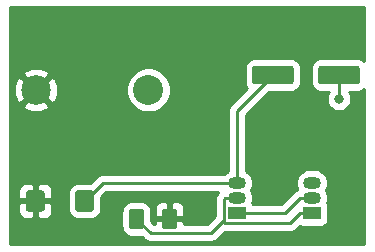
<source format=gbr>
G04 #@! TF.GenerationSoftware,KiCad,Pcbnew,(5.1.2)-1*
G04 #@! TF.CreationDate,2019-06-03T12:51:13-05:00*
G04 #@! TF.ProjectId,1stCircuit,31737443-6972-4637-9569-742e6b696361,rev?*
G04 #@! TF.SameCoordinates,Original*
G04 #@! TF.FileFunction,Copper,L1,Top*
G04 #@! TF.FilePolarity,Positive*
%FSLAX46Y46*%
G04 Gerber Fmt 4.6, Leading zero omitted, Abs format (unit mm)*
G04 Created by KiCad (PCBNEW (5.1.2)-1) date 2019-06-03 12:51:13*
%MOMM*%
%LPD*%
G04 APERTURE LIST*
%ADD10C,2.540000*%
%ADD11C,2.500000*%
%ADD12C,0.100000*%
%ADD13C,1.575000*%
%ADD14R,1.500000X1.050000*%
%ADD15O,1.500000X1.050000*%
%ADD16C,1.250000*%
%ADD17C,1.600000*%
%ADD18C,0.800000*%
%ADD19C,0.250000*%
%ADD20C,0.254000*%
G04 APERTURE END LIST*
D10*
X149230000Y-95250000D03*
D11*
X139700000Y-95250000D03*
D12*
G36*
X144381505Y-103749204D02*
G01*
X144405773Y-103752804D01*
X144429572Y-103758765D01*
X144452671Y-103767030D01*
X144474850Y-103777520D01*
X144495893Y-103790132D01*
X144515599Y-103804747D01*
X144533777Y-103821223D01*
X144550253Y-103839401D01*
X144564868Y-103859107D01*
X144577480Y-103880150D01*
X144587970Y-103902329D01*
X144596235Y-103925428D01*
X144602196Y-103949227D01*
X144605796Y-103973495D01*
X144607000Y-103997999D01*
X144607000Y-105298001D01*
X144605796Y-105322505D01*
X144602196Y-105346773D01*
X144596235Y-105370572D01*
X144587970Y-105393671D01*
X144577480Y-105415850D01*
X144564868Y-105436893D01*
X144550253Y-105456599D01*
X144533777Y-105474777D01*
X144515599Y-105491253D01*
X144495893Y-105505868D01*
X144474850Y-105518480D01*
X144452671Y-105528970D01*
X144429572Y-105537235D01*
X144405773Y-105543196D01*
X144381505Y-105546796D01*
X144357001Y-105548000D01*
X143281999Y-105548000D01*
X143257495Y-105546796D01*
X143233227Y-105543196D01*
X143209428Y-105537235D01*
X143186329Y-105528970D01*
X143164150Y-105518480D01*
X143143107Y-105505868D01*
X143123401Y-105491253D01*
X143105223Y-105474777D01*
X143088747Y-105456599D01*
X143074132Y-105436893D01*
X143061520Y-105415850D01*
X143051030Y-105393671D01*
X143042765Y-105370572D01*
X143036804Y-105346773D01*
X143033204Y-105322505D01*
X143032000Y-105298001D01*
X143032000Y-103997999D01*
X143033204Y-103973495D01*
X143036804Y-103949227D01*
X143042765Y-103925428D01*
X143051030Y-103902329D01*
X143061520Y-103880150D01*
X143074132Y-103859107D01*
X143088747Y-103839401D01*
X143105223Y-103821223D01*
X143123401Y-103804747D01*
X143143107Y-103790132D01*
X143164150Y-103777520D01*
X143186329Y-103767030D01*
X143209428Y-103758765D01*
X143233227Y-103752804D01*
X143257495Y-103749204D01*
X143281999Y-103748000D01*
X144357001Y-103748000D01*
X144381505Y-103749204D01*
X144381505Y-103749204D01*
G37*
D13*
X143819500Y-104648000D03*
D12*
G36*
X140206505Y-103749204D02*
G01*
X140230773Y-103752804D01*
X140254572Y-103758765D01*
X140277671Y-103767030D01*
X140299850Y-103777520D01*
X140320893Y-103790132D01*
X140340599Y-103804747D01*
X140358777Y-103821223D01*
X140375253Y-103839401D01*
X140389868Y-103859107D01*
X140402480Y-103880150D01*
X140412970Y-103902329D01*
X140421235Y-103925428D01*
X140427196Y-103949227D01*
X140430796Y-103973495D01*
X140432000Y-103997999D01*
X140432000Y-105298001D01*
X140430796Y-105322505D01*
X140427196Y-105346773D01*
X140421235Y-105370572D01*
X140412970Y-105393671D01*
X140402480Y-105415850D01*
X140389868Y-105436893D01*
X140375253Y-105456599D01*
X140358777Y-105474777D01*
X140340599Y-105491253D01*
X140320893Y-105505868D01*
X140299850Y-105518480D01*
X140277671Y-105528970D01*
X140254572Y-105537235D01*
X140230773Y-105543196D01*
X140206505Y-105546796D01*
X140182001Y-105548000D01*
X139106999Y-105548000D01*
X139082495Y-105546796D01*
X139058227Y-105543196D01*
X139034428Y-105537235D01*
X139011329Y-105528970D01*
X138989150Y-105518480D01*
X138968107Y-105505868D01*
X138948401Y-105491253D01*
X138930223Y-105474777D01*
X138913747Y-105456599D01*
X138899132Y-105436893D01*
X138886520Y-105415850D01*
X138876030Y-105393671D01*
X138867765Y-105370572D01*
X138861804Y-105346773D01*
X138858204Y-105322505D01*
X138857000Y-105298001D01*
X138857000Y-103997999D01*
X138858204Y-103973495D01*
X138861804Y-103949227D01*
X138867765Y-103925428D01*
X138876030Y-103902329D01*
X138886520Y-103880150D01*
X138899132Y-103859107D01*
X138913747Y-103839401D01*
X138930223Y-103821223D01*
X138948401Y-103804747D01*
X138968107Y-103790132D01*
X138989150Y-103777520D01*
X139011329Y-103767030D01*
X139034428Y-103758765D01*
X139058227Y-103752804D01*
X139082495Y-103749204D01*
X139106999Y-103748000D01*
X140182001Y-103748000D01*
X140206505Y-103749204D01*
X140206505Y-103749204D01*
G37*
D13*
X139644500Y-104648000D03*
D14*
X163068000Y-105664000D03*
D15*
X163068000Y-103124000D03*
X163068000Y-104394000D03*
D14*
X156718000Y-105664000D03*
D15*
X156718000Y-103124000D03*
X156718000Y-104394000D03*
D12*
G36*
X151405504Y-105298204D02*
G01*
X151429773Y-105301804D01*
X151453571Y-105307765D01*
X151476671Y-105316030D01*
X151498849Y-105326520D01*
X151519893Y-105339133D01*
X151539598Y-105353747D01*
X151557777Y-105370223D01*
X151574253Y-105388402D01*
X151588867Y-105408107D01*
X151601480Y-105429151D01*
X151611970Y-105451329D01*
X151620235Y-105474429D01*
X151626196Y-105498227D01*
X151629796Y-105522496D01*
X151631000Y-105547000D01*
X151631000Y-106797000D01*
X151629796Y-106821504D01*
X151626196Y-106845773D01*
X151620235Y-106869571D01*
X151611970Y-106892671D01*
X151601480Y-106914849D01*
X151588867Y-106935893D01*
X151574253Y-106955598D01*
X151557777Y-106973777D01*
X151539598Y-106990253D01*
X151519893Y-107004867D01*
X151498849Y-107017480D01*
X151476671Y-107027970D01*
X151453571Y-107036235D01*
X151429773Y-107042196D01*
X151405504Y-107045796D01*
X151381000Y-107047000D01*
X150631000Y-107047000D01*
X150606496Y-107045796D01*
X150582227Y-107042196D01*
X150558429Y-107036235D01*
X150535329Y-107027970D01*
X150513151Y-107017480D01*
X150492107Y-107004867D01*
X150472402Y-106990253D01*
X150454223Y-106973777D01*
X150437747Y-106955598D01*
X150423133Y-106935893D01*
X150410520Y-106914849D01*
X150400030Y-106892671D01*
X150391765Y-106869571D01*
X150385804Y-106845773D01*
X150382204Y-106821504D01*
X150381000Y-106797000D01*
X150381000Y-105547000D01*
X150382204Y-105522496D01*
X150385804Y-105498227D01*
X150391765Y-105474429D01*
X150400030Y-105451329D01*
X150410520Y-105429151D01*
X150423133Y-105408107D01*
X150437747Y-105388402D01*
X150454223Y-105370223D01*
X150472402Y-105353747D01*
X150492107Y-105339133D01*
X150513151Y-105326520D01*
X150535329Y-105316030D01*
X150558429Y-105307765D01*
X150582227Y-105301804D01*
X150606496Y-105298204D01*
X150631000Y-105297000D01*
X151381000Y-105297000D01*
X151405504Y-105298204D01*
X151405504Y-105298204D01*
G37*
D16*
X151006000Y-106172000D03*
D12*
G36*
X148605504Y-105298204D02*
G01*
X148629773Y-105301804D01*
X148653571Y-105307765D01*
X148676671Y-105316030D01*
X148698849Y-105326520D01*
X148719893Y-105339133D01*
X148739598Y-105353747D01*
X148757777Y-105370223D01*
X148774253Y-105388402D01*
X148788867Y-105408107D01*
X148801480Y-105429151D01*
X148811970Y-105451329D01*
X148820235Y-105474429D01*
X148826196Y-105498227D01*
X148829796Y-105522496D01*
X148831000Y-105547000D01*
X148831000Y-106797000D01*
X148829796Y-106821504D01*
X148826196Y-106845773D01*
X148820235Y-106869571D01*
X148811970Y-106892671D01*
X148801480Y-106914849D01*
X148788867Y-106935893D01*
X148774253Y-106955598D01*
X148757777Y-106973777D01*
X148739598Y-106990253D01*
X148719893Y-107004867D01*
X148698849Y-107017480D01*
X148676671Y-107027970D01*
X148653571Y-107036235D01*
X148629773Y-107042196D01*
X148605504Y-107045796D01*
X148581000Y-107047000D01*
X147831000Y-107047000D01*
X147806496Y-107045796D01*
X147782227Y-107042196D01*
X147758429Y-107036235D01*
X147735329Y-107027970D01*
X147713151Y-107017480D01*
X147692107Y-107004867D01*
X147672402Y-106990253D01*
X147654223Y-106973777D01*
X147637747Y-106955598D01*
X147623133Y-106935893D01*
X147610520Y-106914849D01*
X147600030Y-106892671D01*
X147591765Y-106869571D01*
X147585804Y-106845773D01*
X147582204Y-106821504D01*
X147581000Y-106797000D01*
X147581000Y-105547000D01*
X147582204Y-105522496D01*
X147585804Y-105498227D01*
X147591765Y-105474429D01*
X147600030Y-105451329D01*
X147610520Y-105429151D01*
X147623133Y-105408107D01*
X147637747Y-105388402D01*
X147654223Y-105370223D01*
X147672402Y-105353747D01*
X147692107Y-105339133D01*
X147713151Y-105326520D01*
X147735329Y-105316030D01*
X147758429Y-105307765D01*
X147782227Y-105301804D01*
X147806496Y-105298204D01*
X147831000Y-105297000D01*
X148581000Y-105297000D01*
X148605504Y-105298204D01*
X148605504Y-105298204D01*
G37*
D16*
X148206000Y-106172000D03*
D12*
G36*
X166884504Y-93181204D02*
G01*
X166908773Y-93184804D01*
X166932571Y-93190765D01*
X166955671Y-93199030D01*
X166977849Y-93209520D01*
X166998893Y-93222133D01*
X167018598Y-93236747D01*
X167036777Y-93253223D01*
X167053253Y-93271402D01*
X167067867Y-93291107D01*
X167080480Y-93312151D01*
X167090970Y-93334329D01*
X167099235Y-93357429D01*
X167105196Y-93381227D01*
X167108796Y-93405496D01*
X167110000Y-93430000D01*
X167110000Y-94530000D01*
X167108796Y-94554504D01*
X167105196Y-94578773D01*
X167099235Y-94602571D01*
X167090970Y-94625671D01*
X167080480Y-94647849D01*
X167067867Y-94668893D01*
X167053253Y-94688598D01*
X167036777Y-94706777D01*
X167018598Y-94723253D01*
X166998893Y-94737867D01*
X166977849Y-94750480D01*
X166955671Y-94760970D01*
X166932571Y-94769235D01*
X166908773Y-94775196D01*
X166884504Y-94778796D01*
X166860000Y-94780000D01*
X163860000Y-94780000D01*
X163835496Y-94778796D01*
X163811227Y-94775196D01*
X163787429Y-94769235D01*
X163764329Y-94760970D01*
X163742151Y-94750480D01*
X163721107Y-94737867D01*
X163701402Y-94723253D01*
X163683223Y-94706777D01*
X163666747Y-94688598D01*
X163652133Y-94668893D01*
X163639520Y-94647849D01*
X163629030Y-94625671D01*
X163620765Y-94602571D01*
X163614804Y-94578773D01*
X163611204Y-94554504D01*
X163610000Y-94530000D01*
X163610000Y-93430000D01*
X163611204Y-93405496D01*
X163614804Y-93381227D01*
X163620765Y-93357429D01*
X163629030Y-93334329D01*
X163639520Y-93312151D01*
X163652133Y-93291107D01*
X163666747Y-93271402D01*
X163683223Y-93253223D01*
X163701402Y-93236747D01*
X163721107Y-93222133D01*
X163742151Y-93209520D01*
X163764329Y-93199030D01*
X163787429Y-93190765D01*
X163811227Y-93184804D01*
X163835496Y-93181204D01*
X163860000Y-93180000D01*
X166860000Y-93180000D01*
X166884504Y-93181204D01*
X166884504Y-93181204D01*
G37*
D17*
X165360000Y-93980000D03*
D12*
G36*
X161284504Y-93181204D02*
G01*
X161308773Y-93184804D01*
X161332571Y-93190765D01*
X161355671Y-93199030D01*
X161377849Y-93209520D01*
X161398893Y-93222133D01*
X161418598Y-93236747D01*
X161436777Y-93253223D01*
X161453253Y-93271402D01*
X161467867Y-93291107D01*
X161480480Y-93312151D01*
X161490970Y-93334329D01*
X161499235Y-93357429D01*
X161505196Y-93381227D01*
X161508796Y-93405496D01*
X161510000Y-93430000D01*
X161510000Y-94530000D01*
X161508796Y-94554504D01*
X161505196Y-94578773D01*
X161499235Y-94602571D01*
X161490970Y-94625671D01*
X161480480Y-94647849D01*
X161467867Y-94668893D01*
X161453253Y-94688598D01*
X161436777Y-94706777D01*
X161418598Y-94723253D01*
X161398893Y-94737867D01*
X161377849Y-94750480D01*
X161355671Y-94760970D01*
X161332571Y-94769235D01*
X161308773Y-94775196D01*
X161284504Y-94778796D01*
X161260000Y-94780000D01*
X158260000Y-94780000D01*
X158235496Y-94778796D01*
X158211227Y-94775196D01*
X158187429Y-94769235D01*
X158164329Y-94760970D01*
X158142151Y-94750480D01*
X158121107Y-94737867D01*
X158101402Y-94723253D01*
X158083223Y-94706777D01*
X158066747Y-94688598D01*
X158052133Y-94668893D01*
X158039520Y-94647849D01*
X158029030Y-94625671D01*
X158020765Y-94602571D01*
X158014804Y-94578773D01*
X158011204Y-94554504D01*
X158010000Y-94530000D01*
X158010000Y-93430000D01*
X158011204Y-93405496D01*
X158014804Y-93381227D01*
X158020765Y-93357429D01*
X158029030Y-93334329D01*
X158039520Y-93312151D01*
X158052133Y-93291107D01*
X158066747Y-93271402D01*
X158083223Y-93253223D01*
X158101402Y-93236747D01*
X158121107Y-93222133D01*
X158142151Y-93209520D01*
X158164329Y-93199030D01*
X158187429Y-93190765D01*
X158211227Y-93184804D01*
X158235496Y-93181204D01*
X158260000Y-93180000D01*
X161260000Y-93180000D01*
X161284504Y-93181204D01*
X161284504Y-93181204D01*
G37*
D17*
X159760000Y-93980000D03*
D18*
X165354000Y-96012000D03*
D19*
X165360000Y-96006000D02*
X165354000Y-96012000D01*
X165360000Y-93980000D02*
X165360000Y-96006000D01*
X139700000Y-104592500D02*
X139644500Y-104648000D01*
X145343500Y-103124000D02*
X156718000Y-103124000D01*
X143819500Y-104648000D02*
X145343500Y-103124000D01*
X156718000Y-97022000D02*
X159760000Y-93980000D01*
X156718000Y-103124000D02*
X156718000Y-97022000D01*
X155642999Y-104469001D02*
X155718000Y-104394000D01*
X155707999Y-106514001D02*
X155642999Y-106449001D01*
X161217999Y-106514001D02*
X155707999Y-106514001D01*
X155718000Y-104394000D02*
X156718000Y-104394000D01*
X162068000Y-105664000D02*
X161217999Y-106514001D01*
X163068000Y-105664000D02*
X162068000Y-105664000D01*
X154501990Y-107372010D02*
X155642999Y-106231001D01*
X149406010Y-107372010D02*
X154501990Y-107372010D01*
X148206000Y-106172000D02*
X149406010Y-107372010D01*
X155642999Y-106449001D02*
X155642999Y-106231001D01*
X155642999Y-106231001D02*
X155642999Y-104469001D01*
X157718000Y-105664000D02*
X156718000Y-105664000D01*
X160798000Y-105664000D02*
X157718000Y-105664000D01*
X162068000Y-104394000D02*
X160798000Y-105664000D01*
X163068000Y-104394000D02*
X162068000Y-104394000D01*
D20*
G36*
X167513000Y-92832547D02*
G01*
X167487962Y-92802038D01*
X167353386Y-92691595D01*
X167199850Y-92609528D01*
X167033254Y-92558992D01*
X166860000Y-92541928D01*
X163860000Y-92541928D01*
X163686746Y-92558992D01*
X163520150Y-92609528D01*
X163366614Y-92691595D01*
X163232038Y-92802038D01*
X163121595Y-92936614D01*
X163039528Y-93090150D01*
X162988992Y-93256746D01*
X162971928Y-93430000D01*
X162971928Y-94530000D01*
X162988992Y-94703254D01*
X163039528Y-94869850D01*
X163121595Y-95023386D01*
X163232038Y-95157962D01*
X163366614Y-95268405D01*
X163520150Y-95350472D01*
X163686746Y-95401008D01*
X163860000Y-95418072D01*
X164506066Y-95418072D01*
X164436795Y-95521744D01*
X164358774Y-95710102D01*
X164319000Y-95910061D01*
X164319000Y-96113939D01*
X164358774Y-96313898D01*
X164436795Y-96502256D01*
X164550063Y-96671774D01*
X164694226Y-96815937D01*
X164863744Y-96929205D01*
X165052102Y-97007226D01*
X165252061Y-97047000D01*
X165455939Y-97047000D01*
X165655898Y-97007226D01*
X165844256Y-96929205D01*
X166013774Y-96815937D01*
X166157937Y-96671774D01*
X166271205Y-96502256D01*
X166349226Y-96313898D01*
X166389000Y-96113939D01*
X166389000Y-95910061D01*
X166349226Y-95710102D01*
X166271205Y-95521744D01*
X166201934Y-95418072D01*
X166860000Y-95418072D01*
X167033254Y-95401008D01*
X167199850Y-95350472D01*
X167353386Y-95268405D01*
X167487962Y-95157962D01*
X167513000Y-95127453D01*
X167513000Y-108331000D01*
X137541000Y-108331000D01*
X137541000Y-105548000D01*
X138218928Y-105548000D01*
X138231188Y-105672482D01*
X138267498Y-105792180D01*
X138326463Y-105902494D01*
X138405815Y-105999185D01*
X138502506Y-106078537D01*
X138612820Y-106137502D01*
X138732518Y-106173812D01*
X138857000Y-106186072D01*
X139358750Y-106183000D01*
X139517500Y-106024250D01*
X139517500Y-104775000D01*
X139771500Y-104775000D01*
X139771500Y-106024250D01*
X139930250Y-106183000D01*
X140432000Y-106186072D01*
X140556482Y-106173812D01*
X140676180Y-106137502D01*
X140786494Y-106078537D01*
X140883185Y-105999185D01*
X140962537Y-105902494D01*
X141021502Y-105792180D01*
X141057812Y-105672482D01*
X141070072Y-105548000D01*
X141067000Y-104933750D01*
X140908250Y-104775000D01*
X139771500Y-104775000D01*
X139517500Y-104775000D01*
X138380750Y-104775000D01*
X138222000Y-104933750D01*
X138218928Y-105548000D01*
X137541000Y-105548000D01*
X137541000Y-103748000D01*
X138218928Y-103748000D01*
X138222000Y-104362250D01*
X138380750Y-104521000D01*
X139517500Y-104521000D01*
X139517500Y-103271750D01*
X139771500Y-103271750D01*
X139771500Y-104521000D01*
X140908250Y-104521000D01*
X141067000Y-104362250D01*
X141068821Y-103997999D01*
X142393928Y-103997999D01*
X142393928Y-105298001D01*
X142410992Y-105471255D01*
X142461528Y-105637851D01*
X142543595Y-105791387D01*
X142654038Y-105925962D01*
X142788613Y-106036405D01*
X142942149Y-106118472D01*
X143108745Y-106169008D01*
X143281999Y-106186072D01*
X144357001Y-106186072D01*
X144530255Y-106169008D01*
X144696851Y-106118472D01*
X144850387Y-106036405D01*
X144984962Y-105925962D01*
X145095405Y-105791387D01*
X145177472Y-105637851D01*
X145228008Y-105471255D01*
X145245072Y-105298001D01*
X145245072Y-104297230D01*
X145658303Y-103884000D01*
X155153198Y-103884000D01*
X155131995Y-103905204D01*
X155102999Y-103929000D01*
X155079201Y-103957998D01*
X155079200Y-103957999D01*
X155008025Y-104044725D01*
X154937453Y-104176755D01*
X154893997Y-104320016D01*
X154879323Y-104469001D01*
X154883000Y-104506333D01*
X154882999Y-105916198D01*
X154187189Y-106612010D01*
X152266804Y-106612010D01*
X152266000Y-106457750D01*
X152107250Y-106299000D01*
X151133000Y-106299000D01*
X151133000Y-106319000D01*
X150879000Y-106319000D01*
X150879000Y-106299000D01*
X149904750Y-106299000D01*
X149746000Y-106457750D01*
X149745196Y-106612010D01*
X149720813Y-106612010D01*
X149469072Y-106360270D01*
X149469072Y-105547000D01*
X149452008Y-105373746D01*
X149428728Y-105297000D01*
X149742928Y-105297000D01*
X149746000Y-105886250D01*
X149904750Y-106045000D01*
X150879000Y-106045000D01*
X150879000Y-104820750D01*
X151133000Y-104820750D01*
X151133000Y-106045000D01*
X152107250Y-106045000D01*
X152266000Y-105886250D01*
X152269072Y-105297000D01*
X152256812Y-105172518D01*
X152220502Y-105052820D01*
X152161537Y-104942506D01*
X152082185Y-104845815D01*
X151985494Y-104766463D01*
X151875180Y-104707498D01*
X151755482Y-104671188D01*
X151631000Y-104658928D01*
X151291750Y-104662000D01*
X151133000Y-104820750D01*
X150879000Y-104820750D01*
X150720250Y-104662000D01*
X150381000Y-104658928D01*
X150256518Y-104671188D01*
X150136820Y-104707498D01*
X150026506Y-104766463D01*
X149929815Y-104845815D01*
X149850463Y-104942506D01*
X149791498Y-105052820D01*
X149755188Y-105172518D01*
X149742928Y-105297000D01*
X149428728Y-105297000D01*
X149401472Y-105207150D01*
X149319405Y-105053614D01*
X149208962Y-104919038D01*
X149074386Y-104808595D01*
X148920850Y-104726528D01*
X148754254Y-104675992D01*
X148581000Y-104658928D01*
X147831000Y-104658928D01*
X147657746Y-104675992D01*
X147491150Y-104726528D01*
X147337614Y-104808595D01*
X147203038Y-104919038D01*
X147092595Y-105053614D01*
X147010528Y-105207150D01*
X146959992Y-105373746D01*
X146942928Y-105547000D01*
X146942928Y-106797000D01*
X146959992Y-106970254D01*
X147010528Y-107136850D01*
X147092595Y-107290386D01*
X147203038Y-107424962D01*
X147337614Y-107535405D01*
X147491150Y-107617472D01*
X147657746Y-107668008D01*
X147831000Y-107685072D01*
X148581000Y-107685072D01*
X148638597Y-107679399D01*
X148842215Y-107883018D01*
X148866009Y-107912011D01*
X148895002Y-107935805D01*
X148895006Y-107935809D01*
X148955775Y-107985680D01*
X148981734Y-108006984D01*
X149113763Y-108077556D01*
X149257024Y-108121013D01*
X149368677Y-108132010D01*
X149368686Y-108132010D01*
X149406009Y-108135686D01*
X149443332Y-108132010D01*
X154464668Y-108132010D01*
X154501990Y-108135686D01*
X154539312Y-108132010D01*
X154539323Y-108132010D01*
X154650976Y-108121013D01*
X154794237Y-108077556D01*
X154926266Y-108006984D01*
X155041991Y-107912011D01*
X155065793Y-107883008D01*
X155674431Y-107274371D01*
X155707999Y-107277677D01*
X155745322Y-107274001D01*
X161180677Y-107274001D01*
X161217999Y-107277677D01*
X161255321Y-107274001D01*
X161255332Y-107274001D01*
X161366985Y-107263004D01*
X161510246Y-107219547D01*
X161642275Y-107148975D01*
X161758000Y-107054002D01*
X161781802Y-107024999D01*
X162044156Y-106762646D01*
X162073820Y-106778502D01*
X162193518Y-106814812D01*
X162318000Y-106827072D01*
X163818000Y-106827072D01*
X163942482Y-106814812D01*
X164062180Y-106778502D01*
X164172494Y-106719537D01*
X164269185Y-106640185D01*
X164348537Y-106543494D01*
X164407502Y-106433180D01*
X164443812Y-106313482D01*
X164456072Y-106189000D01*
X164456072Y-105139000D01*
X164443812Y-105014518D01*
X164407502Y-104894820D01*
X164372907Y-104830098D01*
X164436215Y-104621400D01*
X164458612Y-104394000D01*
X164436215Y-104166600D01*
X164369885Y-103947940D01*
X164268895Y-103759000D01*
X164369885Y-103570060D01*
X164436215Y-103351400D01*
X164458612Y-103124000D01*
X164436215Y-102896600D01*
X164369885Y-102677940D01*
X164262171Y-102476421D01*
X164117212Y-102299788D01*
X163940579Y-102154829D01*
X163739060Y-102047115D01*
X163520400Y-101980785D01*
X163349979Y-101964000D01*
X162786021Y-101964000D01*
X162615600Y-101980785D01*
X162396940Y-102047115D01*
X162195421Y-102154829D01*
X162018788Y-102299788D01*
X161873829Y-102476421D01*
X161766115Y-102677940D01*
X161699785Y-102896600D01*
X161677388Y-103124000D01*
X161699785Y-103351400D01*
X161766115Y-103570060D01*
X161821913Y-103674452D01*
X161775753Y-103688454D01*
X161643724Y-103759026D01*
X161527999Y-103853999D01*
X161504201Y-103882997D01*
X160483199Y-104904000D01*
X158060287Y-104904000D01*
X158057502Y-104894820D01*
X158022907Y-104830098D01*
X158086215Y-104621400D01*
X158108612Y-104394000D01*
X158086215Y-104166600D01*
X158019885Y-103947940D01*
X157918895Y-103759000D01*
X158019885Y-103570060D01*
X158086215Y-103351400D01*
X158108612Y-103124000D01*
X158086215Y-102896600D01*
X158019885Y-102677940D01*
X157912171Y-102476421D01*
X157767212Y-102299788D01*
X157590579Y-102154829D01*
X157478000Y-102094654D01*
X157478000Y-97336801D01*
X159396730Y-95418072D01*
X161260000Y-95418072D01*
X161433254Y-95401008D01*
X161599850Y-95350472D01*
X161753386Y-95268405D01*
X161887962Y-95157962D01*
X161998405Y-95023386D01*
X162080472Y-94869850D01*
X162131008Y-94703254D01*
X162148072Y-94530000D01*
X162148072Y-93430000D01*
X162131008Y-93256746D01*
X162080472Y-93090150D01*
X161998405Y-92936614D01*
X161887962Y-92802038D01*
X161753386Y-92691595D01*
X161599850Y-92609528D01*
X161433254Y-92558992D01*
X161260000Y-92541928D01*
X158260000Y-92541928D01*
X158086746Y-92558992D01*
X157920150Y-92609528D01*
X157766614Y-92691595D01*
X157632038Y-92802038D01*
X157521595Y-92936614D01*
X157439528Y-93090150D01*
X157388992Y-93256746D01*
X157371928Y-93430000D01*
X157371928Y-94530000D01*
X157388992Y-94703254D01*
X157439528Y-94869850D01*
X157521595Y-95023386D01*
X157575783Y-95089415D01*
X156206998Y-96458201D01*
X156178000Y-96481999D01*
X156154202Y-96510997D01*
X156154201Y-96510998D01*
X156083026Y-96597724D01*
X156012454Y-96729754D01*
X155968998Y-96873015D01*
X155954324Y-97022000D01*
X155958001Y-97059332D01*
X155958000Y-102094654D01*
X155845421Y-102154829D01*
X155668788Y-102299788D01*
X155616091Y-102364000D01*
X145380822Y-102364000D01*
X145343499Y-102360324D01*
X145306176Y-102364000D01*
X145306167Y-102364000D01*
X145194514Y-102374997D01*
X145051253Y-102418454D01*
X144919224Y-102489026D01*
X144919222Y-102489027D01*
X144919223Y-102489027D01*
X144832496Y-102560201D01*
X144832492Y-102560205D01*
X144803499Y-102583999D01*
X144779705Y-102612992D01*
X144282770Y-103109928D01*
X143281999Y-103109928D01*
X143108745Y-103126992D01*
X142942149Y-103177528D01*
X142788613Y-103259595D01*
X142654038Y-103370038D01*
X142543595Y-103504613D01*
X142461528Y-103658149D01*
X142410992Y-103824745D01*
X142393928Y-103997999D01*
X141068821Y-103997999D01*
X141070072Y-103748000D01*
X141057812Y-103623518D01*
X141021502Y-103503820D01*
X140962537Y-103393506D01*
X140883185Y-103296815D01*
X140786494Y-103217463D01*
X140676180Y-103158498D01*
X140556482Y-103122188D01*
X140432000Y-103109928D01*
X139930250Y-103113000D01*
X139771500Y-103271750D01*
X139517500Y-103271750D01*
X139358750Y-103113000D01*
X138857000Y-103109928D01*
X138732518Y-103122188D01*
X138612820Y-103158498D01*
X138502506Y-103217463D01*
X138405815Y-103296815D01*
X138326463Y-103393506D01*
X138267498Y-103503820D01*
X138231188Y-103623518D01*
X138218928Y-103748000D01*
X137541000Y-103748000D01*
X137541000Y-96563605D01*
X138566000Y-96563605D01*
X138691914Y-96853577D01*
X139024126Y-97019433D01*
X139382312Y-97117290D01*
X139752706Y-97143389D01*
X140121075Y-97096725D01*
X140473262Y-96979094D01*
X140708086Y-96853577D01*
X140834000Y-96563605D01*
X139700000Y-95429605D01*
X138566000Y-96563605D01*
X137541000Y-96563605D01*
X137541000Y-95302706D01*
X137806611Y-95302706D01*
X137853275Y-95671075D01*
X137970906Y-96023262D01*
X138096423Y-96258086D01*
X138386395Y-96384000D01*
X139520395Y-95250000D01*
X139879605Y-95250000D01*
X141013605Y-96384000D01*
X141303577Y-96258086D01*
X141469433Y-95925874D01*
X141567290Y-95567688D01*
X141593389Y-95197294D01*
X141576298Y-95062374D01*
X147325000Y-95062374D01*
X147325000Y-95437626D01*
X147398209Y-95805668D01*
X147541811Y-96152356D01*
X147750290Y-96464366D01*
X148015634Y-96729710D01*
X148327644Y-96938189D01*
X148674332Y-97081791D01*
X149042374Y-97155000D01*
X149417626Y-97155000D01*
X149785668Y-97081791D01*
X150132356Y-96938189D01*
X150444366Y-96729710D01*
X150709710Y-96464366D01*
X150918189Y-96152356D01*
X151061791Y-95805668D01*
X151135000Y-95437626D01*
X151135000Y-95062374D01*
X151061791Y-94694332D01*
X150918189Y-94347644D01*
X150709710Y-94035634D01*
X150444366Y-93770290D01*
X150132356Y-93561811D01*
X149785668Y-93418209D01*
X149417626Y-93345000D01*
X149042374Y-93345000D01*
X148674332Y-93418209D01*
X148327644Y-93561811D01*
X148015634Y-93770290D01*
X147750290Y-94035634D01*
X147541811Y-94347644D01*
X147398209Y-94694332D01*
X147325000Y-95062374D01*
X141576298Y-95062374D01*
X141546725Y-94828925D01*
X141429094Y-94476738D01*
X141303577Y-94241914D01*
X141013605Y-94116000D01*
X139879605Y-95250000D01*
X139520395Y-95250000D01*
X138386395Y-94116000D01*
X138096423Y-94241914D01*
X137930567Y-94574126D01*
X137832710Y-94932312D01*
X137806611Y-95302706D01*
X137541000Y-95302706D01*
X137541000Y-93936395D01*
X138566000Y-93936395D01*
X139700000Y-95070395D01*
X140834000Y-93936395D01*
X140708086Y-93646423D01*
X140375874Y-93480567D01*
X140017688Y-93382710D01*
X139647294Y-93356611D01*
X139278925Y-93403275D01*
X138926738Y-93520906D01*
X138691914Y-93646423D01*
X138566000Y-93936395D01*
X137541000Y-93936395D01*
X137541000Y-88265000D01*
X167513000Y-88265000D01*
X167513000Y-92832547D01*
X167513000Y-92832547D01*
G37*
X167513000Y-92832547D02*
X167487962Y-92802038D01*
X167353386Y-92691595D01*
X167199850Y-92609528D01*
X167033254Y-92558992D01*
X166860000Y-92541928D01*
X163860000Y-92541928D01*
X163686746Y-92558992D01*
X163520150Y-92609528D01*
X163366614Y-92691595D01*
X163232038Y-92802038D01*
X163121595Y-92936614D01*
X163039528Y-93090150D01*
X162988992Y-93256746D01*
X162971928Y-93430000D01*
X162971928Y-94530000D01*
X162988992Y-94703254D01*
X163039528Y-94869850D01*
X163121595Y-95023386D01*
X163232038Y-95157962D01*
X163366614Y-95268405D01*
X163520150Y-95350472D01*
X163686746Y-95401008D01*
X163860000Y-95418072D01*
X164506066Y-95418072D01*
X164436795Y-95521744D01*
X164358774Y-95710102D01*
X164319000Y-95910061D01*
X164319000Y-96113939D01*
X164358774Y-96313898D01*
X164436795Y-96502256D01*
X164550063Y-96671774D01*
X164694226Y-96815937D01*
X164863744Y-96929205D01*
X165052102Y-97007226D01*
X165252061Y-97047000D01*
X165455939Y-97047000D01*
X165655898Y-97007226D01*
X165844256Y-96929205D01*
X166013774Y-96815937D01*
X166157937Y-96671774D01*
X166271205Y-96502256D01*
X166349226Y-96313898D01*
X166389000Y-96113939D01*
X166389000Y-95910061D01*
X166349226Y-95710102D01*
X166271205Y-95521744D01*
X166201934Y-95418072D01*
X166860000Y-95418072D01*
X167033254Y-95401008D01*
X167199850Y-95350472D01*
X167353386Y-95268405D01*
X167487962Y-95157962D01*
X167513000Y-95127453D01*
X167513000Y-108331000D01*
X137541000Y-108331000D01*
X137541000Y-105548000D01*
X138218928Y-105548000D01*
X138231188Y-105672482D01*
X138267498Y-105792180D01*
X138326463Y-105902494D01*
X138405815Y-105999185D01*
X138502506Y-106078537D01*
X138612820Y-106137502D01*
X138732518Y-106173812D01*
X138857000Y-106186072D01*
X139358750Y-106183000D01*
X139517500Y-106024250D01*
X139517500Y-104775000D01*
X139771500Y-104775000D01*
X139771500Y-106024250D01*
X139930250Y-106183000D01*
X140432000Y-106186072D01*
X140556482Y-106173812D01*
X140676180Y-106137502D01*
X140786494Y-106078537D01*
X140883185Y-105999185D01*
X140962537Y-105902494D01*
X141021502Y-105792180D01*
X141057812Y-105672482D01*
X141070072Y-105548000D01*
X141067000Y-104933750D01*
X140908250Y-104775000D01*
X139771500Y-104775000D01*
X139517500Y-104775000D01*
X138380750Y-104775000D01*
X138222000Y-104933750D01*
X138218928Y-105548000D01*
X137541000Y-105548000D01*
X137541000Y-103748000D01*
X138218928Y-103748000D01*
X138222000Y-104362250D01*
X138380750Y-104521000D01*
X139517500Y-104521000D01*
X139517500Y-103271750D01*
X139771500Y-103271750D01*
X139771500Y-104521000D01*
X140908250Y-104521000D01*
X141067000Y-104362250D01*
X141068821Y-103997999D01*
X142393928Y-103997999D01*
X142393928Y-105298001D01*
X142410992Y-105471255D01*
X142461528Y-105637851D01*
X142543595Y-105791387D01*
X142654038Y-105925962D01*
X142788613Y-106036405D01*
X142942149Y-106118472D01*
X143108745Y-106169008D01*
X143281999Y-106186072D01*
X144357001Y-106186072D01*
X144530255Y-106169008D01*
X144696851Y-106118472D01*
X144850387Y-106036405D01*
X144984962Y-105925962D01*
X145095405Y-105791387D01*
X145177472Y-105637851D01*
X145228008Y-105471255D01*
X145245072Y-105298001D01*
X145245072Y-104297230D01*
X145658303Y-103884000D01*
X155153198Y-103884000D01*
X155131995Y-103905204D01*
X155102999Y-103929000D01*
X155079201Y-103957998D01*
X155079200Y-103957999D01*
X155008025Y-104044725D01*
X154937453Y-104176755D01*
X154893997Y-104320016D01*
X154879323Y-104469001D01*
X154883000Y-104506333D01*
X154882999Y-105916198D01*
X154187189Y-106612010D01*
X152266804Y-106612010D01*
X152266000Y-106457750D01*
X152107250Y-106299000D01*
X151133000Y-106299000D01*
X151133000Y-106319000D01*
X150879000Y-106319000D01*
X150879000Y-106299000D01*
X149904750Y-106299000D01*
X149746000Y-106457750D01*
X149745196Y-106612010D01*
X149720813Y-106612010D01*
X149469072Y-106360270D01*
X149469072Y-105547000D01*
X149452008Y-105373746D01*
X149428728Y-105297000D01*
X149742928Y-105297000D01*
X149746000Y-105886250D01*
X149904750Y-106045000D01*
X150879000Y-106045000D01*
X150879000Y-104820750D01*
X151133000Y-104820750D01*
X151133000Y-106045000D01*
X152107250Y-106045000D01*
X152266000Y-105886250D01*
X152269072Y-105297000D01*
X152256812Y-105172518D01*
X152220502Y-105052820D01*
X152161537Y-104942506D01*
X152082185Y-104845815D01*
X151985494Y-104766463D01*
X151875180Y-104707498D01*
X151755482Y-104671188D01*
X151631000Y-104658928D01*
X151291750Y-104662000D01*
X151133000Y-104820750D01*
X150879000Y-104820750D01*
X150720250Y-104662000D01*
X150381000Y-104658928D01*
X150256518Y-104671188D01*
X150136820Y-104707498D01*
X150026506Y-104766463D01*
X149929815Y-104845815D01*
X149850463Y-104942506D01*
X149791498Y-105052820D01*
X149755188Y-105172518D01*
X149742928Y-105297000D01*
X149428728Y-105297000D01*
X149401472Y-105207150D01*
X149319405Y-105053614D01*
X149208962Y-104919038D01*
X149074386Y-104808595D01*
X148920850Y-104726528D01*
X148754254Y-104675992D01*
X148581000Y-104658928D01*
X147831000Y-104658928D01*
X147657746Y-104675992D01*
X147491150Y-104726528D01*
X147337614Y-104808595D01*
X147203038Y-104919038D01*
X147092595Y-105053614D01*
X147010528Y-105207150D01*
X146959992Y-105373746D01*
X146942928Y-105547000D01*
X146942928Y-106797000D01*
X146959992Y-106970254D01*
X147010528Y-107136850D01*
X147092595Y-107290386D01*
X147203038Y-107424962D01*
X147337614Y-107535405D01*
X147491150Y-107617472D01*
X147657746Y-107668008D01*
X147831000Y-107685072D01*
X148581000Y-107685072D01*
X148638597Y-107679399D01*
X148842215Y-107883018D01*
X148866009Y-107912011D01*
X148895002Y-107935805D01*
X148895006Y-107935809D01*
X148955775Y-107985680D01*
X148981734Y-108006984D01*
X149113763Y-108077556D01*
X149257024Y-108121013D01*
X149368677Y-108132010D01*
X149368686Y-108132010D01*
X149406009Y-108135686D01*
X149443332Y-108132010D01*
X154464668Y-108132010D01*
X154501990Y-108135686D01*
X154539312Y-108132010D01*
X154539323Y-108132010D01*
X154650976Y-108121013D01*
X154794237Y-108077556D01*
X154926266Y-108006984D01*
X155041991Y-107912011D01*
X155065793Y-107883008D01*
X155674431Y-107274371D01*
X155707999Y-107277677D01*
X155745322Y-107274001D01*
X161180677Y-107274001D01*
X161217999Y-107277677D01*
X161255321Y-107274001D01*
X161255332Y-107274001D01*
X161366985Y-107263004D01*
X161510246Y-107219547D01*
X161642275Y-107148975D01*
X161758000Y-107054002D01*
X161781802Y-107024999D01*
X162044156Y-106762646D01*
X162073820Y-106778502D01*
X162193518Y-106814812D01*
X162318000Y-106827072D01*
X163818000Y-106827072D01*
X163942482Y-106814812D01*
X164062180Y-106778502D01*
X164172494Y-106719537D01*
X164269185Y-106640185D01*
X164348537Y-106543494D01*
X164407502Y-106433180D01*
X164443812Y-106313482D01*
X164456072Y-106189000D01*
X164456072Y-105139000D01*
X164443812Y-105014518D01*
X164407502Y-104894820D01*
X164372907Y-104830098D01*
X164436215Y-104621400D01*
X164458612Y-104394000D01*
X164436215Y-104166600D01*
X164369885Y-103947940D01*
X164268895Y-103759000D01*
X164369885Y-103570060D01*
X164436215Y-103351400D01*
X164458612Y-103124000D01*
X164436215Y-102896600D01*
X164369885Y-102677940D01*
X164262171Y-102476421D01*
X164117212Y-102299788D01*
X163940579Y-102154829D01*
X163739060Y-102047115D01*
X163520400Y-101980785D01*
X163349979Y-101964000D01*
X162786021Y-101964000D01*
X162615600Y-101980785D01*
X162396940Y-102047115D01*
X162195421Y-102154829D01*
X162018788Y-102299788D01*
X161873829Y-102476421D01*
X161766115Y-102677940D01*
X161699785Y-102896600D01*
X161677388Y-103124000D01*
X161699785Y-103351400D01*
X161766115Y-103570060D01*
X161821913Y-103674452D01*
X161775753Y-103688454D01*
X161643724Y-103759026D01*
X161527999Y-103853999D01*
X161504201Y-103882997D01*
X160483199Y-104904000D01*
X158060287Y-104904000D01*
X158057502Y-104894820D01*
X158022907Y-104830098D01*
X158086215Y-104621400D01*
X158108612Y-104394000D01*
X158086215Y-104166600D01*
X158019885Y-103947940D01*
X157918895Y-103759000D01*
X158019885Y-103570060D01*
X158086215Y-103351400D01*
X158108612Y-103124000D01*
X158086215Y-102896600D01*
X158019885Y-102677940D01*
X157912171Y-102476421D01*
X157767212Y-102299788D01*
X157590579Y-102154829D01*
X157478000Y-102094654D01*
X157478000Y-97336801D01*
X159396730Y-95418072D01*
X161260000Y-95418072D01*
X161433254Y-95401008D01*
X161599850Y-95350472D01*
X161753386Y-95268405D01*
X161887962Y-95157962D01*
X161998405Y-95023386D01*
X162080472Y-94869850D01*
X162131008Y-94703254D01*
X162148072Y-94530000D01*
X162148072Y-93430000D01*
X162131008Y-93256746D01*
X162080472Y-93090150D01*
X161998405Y-92936614D01*
X161887962Y-92802038D01*
X161753386Y-92691595D01*
X161599850Y-92609528D01*
X161433254Y-92558992D01*
X161260000Y-92541928D01*
X158260000Y-92541928D01*
X158086746Y-92558992D01*
X157920150Y-92609528D01*
X157766614Y-92691595D01*
X157632038Y-92802038D01*
X157521595Y-92936614D01*
X157439528Y-93090150D01*
X157388992Y-93256746D01*
X157371928Y-93430000D01*
X157371928Y-94530000D01*
X157388992Y-94703254D01*
X157439528Y-94869850D01*
X157521595Y-95023386D01*
X157575783Y-95089415D01*
X156206998Y-96458201D01*
X156178000Y-96481999D01*
X156154202Y-96510997D01*
X156154201Y-96510998D01*
X156083026Y-96597724D01*
X156012454Y-96729754D01*
X155968998Y-96873015D01*
X155954324Y-97022000D01*
X155958001Y-97059332D01*
X155958000Y-102094654D01*
X155845421Y-102154829D01*
X155668788Y-102299788D01*
X155616091Y-102364000D01*
X145380822Y-102364000D01*
X145343499Y-102360324D01*
X145306176Y-102364000D01*
X145306167Y-102364000D01*
X145194514Y-102374997D01*
X145051253Y-102418454D01*
X144919224Y-102489026D01*
X144919222Y-102489027D01*
X144919223Y-102489027D01*
X144832496Y-102560201D01*
X144832492Y-102560205D01*
X144803499Y-102583999D01*
X144779705Y-102612992D01*
X144282770Y-103109928D01*
X143281999Y-103109928D01*
X143108745Y-103126992D01*
X142942149Y-103177528D01*
X142788613Y-103259595D01*
X142654038Y-103370038D01*
X142543595Y-103504613D01*
X142461528Y-103658149D01*
X142410992Y-103824745D01*
X142393928Y-103997999D01*
X141068821Y-103997999D01*
X141070072Y-103748000D01*
X141057812Y-103623518D01*
X141021502Y-103503820D01*
X140962537Y-103393506D01*
X140883185Y-103296815D01*
X140786494Y-103217463D01*
X140676180Y-103158498D01*
X140556482Y-103122188D01*
X140432000Y-103109928D01*
X139930250Y-103113000D01*
X139771500Y-103271750D01*
X139517500Y-103271750D01*
X139358750Y-103113000D01*
X138857000Y-103109928D01*
X138732518Y-103122188D01*
X138612820Y-103158498D01*
X138502506Y-103217463D01*
X138405815Y-103296815D01*
X138326463Y-103393506D01*
X138267498Y-103503820D01*
X138231188Y-103623518D01*
X138218928Y-103748000D01*
X137541000Y-103748000D01*
X137541000Y-96563605D01*
X138566000Y-96563605D01*
X138691914Y-96853577D01*
X139024126Y-97019433D01*
X139382312Y-97117290D01*
X139752706Y-97143389D01*
X140121075Y-97096725D01*
X140473262Y-96979094D01*
X140708086Y-96853577D01*
X140834000Y-96563605D01*
X139700000Y-95429605D01*
X138566000Y-96563605D01*
X137541000Y-96563605D01*
X137541000Y-95302706D01*
X137806611Y-95302706D01*
X137853275Y-95671075D01*
X137970906Y-96023262D01*
X138096423Y-96258086D01*
X138386395Y-96384000D01*
X139520395Y-95250000D01*
X139879605Y-95250000D01*
X141013605Y-96384000D01*
X141303577Y-96258086D01*
X141469433Y-95925874D01*
X141567290Y-95567688D01*
X141593389Y-95197294D01*
X141576298Y-95062374D01*
X147325000Y-95062374D01*
X147325000Y-95437626D01*
X147398209Y-95805668D01*
X147541811Y-96152356D01*
X147750290Y-96464366D01*
X148015634Y-96729710D01*
X148327644Y-96938189D01*
X148674332Y-97081791D01*
X149042374Y-97155000D01*
X149417626Y-97155000D01*
X149785668Y-97081791D01*
X150132356Y-96938189D01*
X150444366Y-96729710D01*
X150709710Y-96464366D01*
X150918189Y-96152356D01*
X151061791Y-95805668D01*
X151135000Y-95437626D01*
X151135000Y-95062374D01*
X151061791Y-94694332D01*
X150918189Y-94347644D01*
X150709710Y-94035634D01*
X150444366Y-93770290D01*
X150132356Y-93561811D01*
X149785668Y-93418209D01*
X149417626Y-93345000D01*
X149042374Y-93345000D01*
X148674332Y-93418209D01*
X148327644Y-93561811D01*
X148015634Y-93770290D01*
X147750290Y-94035634D01*
X147541811Y-94347644D01*
X147398209Y-94694332D01*
X147325000Y-95062374D01*
X141576298Y-95062374D01*
X141546725Y-94828925D01*
X141429094Y-94476738D01*
X141303577Y-94241914D01*
X141013605Y-94116000D01*
X139879605Y-95250000D01*
X139520395Y-95250000D01*
X138386395Y-94116000D01*
X138096423Y-94241914D01*
X137930567Y-94574126D01*
X137832710Y-94932312D01*
X137806611Y-95302706D01*
X137541000Y-95302706D01*
X137541000Y-93936395D01*
X138566000Y-93936395D01*
X139700000Y-95070395D01*
X140834000Y-93936395D01*
X140708086Y-93646423D01*
X140375874Y-93480567D01*
X140017688Y-93382710D01*
X139647294Y-93356611D01*
X139278925Y-93403275D01*
X138926738Y-93520906D01*
X138691914Y-93646423D01*
X138566000Y-93936395D01*
X137541000Y-93936395D01*
X137541000Y-88265000D01*
X167513000Y-88265000D01*
X167513000Y-92832547D01*
M02*

</source>
